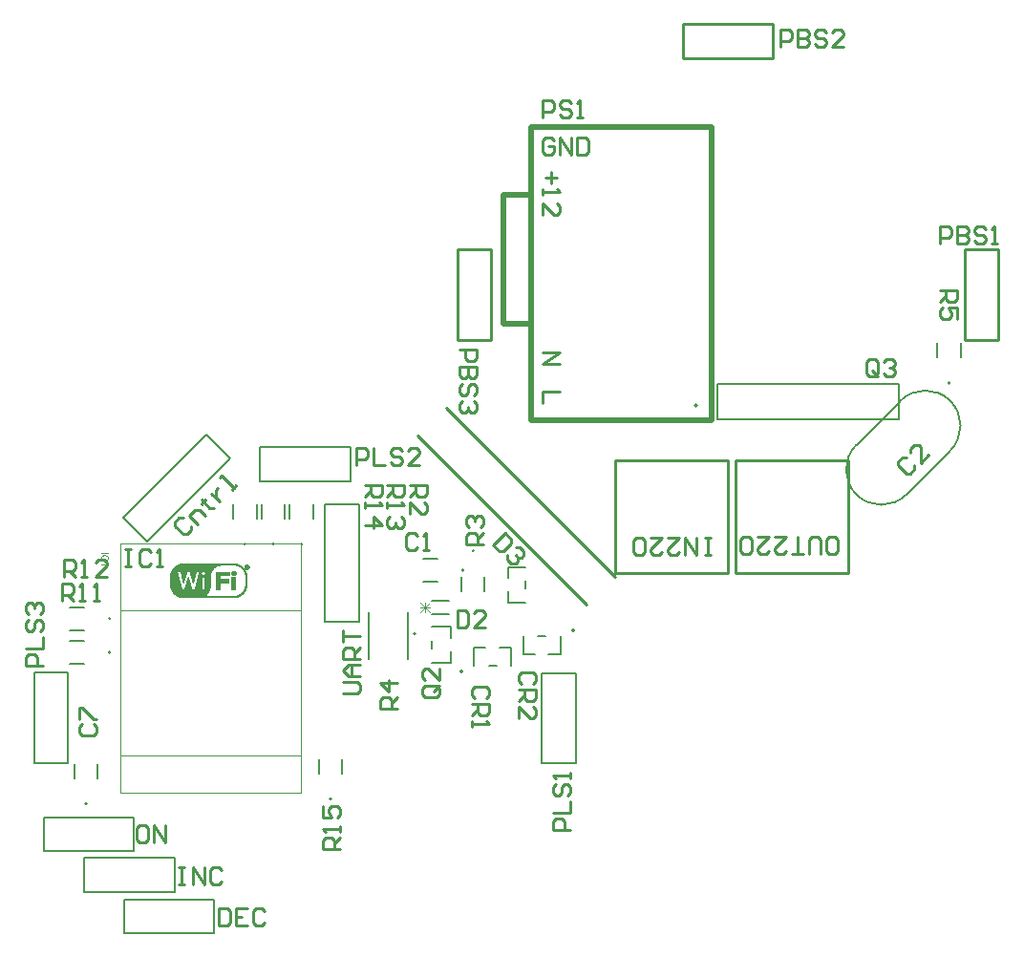
<source format=gto>
G04 Layer_Color=65535*
%FSLAX44Y44*%
%MOMM*%
G71*
G01*
G75*
%ADD21C,0.5000*%
%ADD43C,0.1524*%
%ADD44C,0.1500*%
%ADD45C,0.2540*%
%ADD46C,0.1000*%
%ADD47C,0.0127*%
%ADD48C,0.0762*%
G36*
X74577Y387246D02*
X74595Y387227D01*
X74605Y387190D01*
X74632Y387144D01*
X74660Y387088D01*
X74697Y387024D01*
X74790Y386866D01*
X74891Y386682D01*
X75021Y386497D01*
X75169Y386302D01*
X75326Y386108D01*
X75335Y386099D01*
X75344Y386090D01*
X75372Y386062D01*
X75400Y386025D01*
X75492Y385942D01*
X75603Y385831D01*
X75733Y385720D01*
X75881Y385600D01*
X76028Y385498D01*
X76186Y385406D01*
Y384897D01*
X69760D01*
Y385683D01*
X74762D01*
X74753Y385692D01*
X74716Y385738D01*
X74660Y385794D01*
X74595Y385886D01*
X74512Y385988D01*
X74420Y386118D01*
X74318Y386265D01*
X74216Y386432D01*
Y386441D01*
X74207Y386450D01*
X74170Y386506D01*
X74124Y386598D01*
X74068Y386709D01*
X74004Y386839D01*
X73939Y386977D01*
X73874Y387116D01*
X73819Y387255D01*
X74577D01*
Y387246D01*
D02*
G37*
G36*
X73172Y394226D02*
X73264D01*
X73356Y394217D01*
X73477Y394207D01*
X73597Y394189D01*
X73865Y394143D01*
X74161Y394078D01*
X74457Y393986D01*
X74743Y393856D01*
X74753Y393847D01*
X74780Y393838D01*
X74817Y393819D01*
X74864Y393782D01*
X74928Y393745D01*
X75002Y393699D01*
X75169Y393579D01*
X75354Y393422D01*
X75539Y393237D01*
X75723Y393024D01*
X75881Y392774D01*
X75890Y392765D01*
X75899Y392737D01*
X75918Y392701D01*
X75945Y392654D01*
X75973Y392580D01*
X76001Y392506D01*
X76038Y392414D01*
X76075Y392312D01*
X76112Y392201D01*
X76149Y392081D01*
X76204Y391822D01*
X76250Y391526D01*
X76269Y391221D01*
Y391212D01*
Y391175D01*
Y391129D01*
X76260Y391064D01*
X76250Y390981D01*
X76241Y390879D01*
X76232Y390777D01*
X76204Y390657D01*
X76149Y390408D01*
X76066Y390130D01*
X76010Y389991D01*
X75945Y389862D01*
X75862Y389733D01*
X75779Y389603D01*
X75770Y389594D01*
X75760Y389575D01*
X75733Y389538D01*
X75686Y389492D01*
X75640Y389446D01*
X75575Y389381D01*
X75501Y389317D01*
X75427Y389243D01*
X75335Y389169D01*
X75224Y389095D01*
X75113Y389011D01*
X74993Y388937D01*
X74854Y388873D01*
X74716Y388799D01*
X74568Y388743D01*
X74401Y388688D01*
X74207Y389520D01*
X74216D01*
X74235Y389529D01*
X74272Y389548D01*
X74318Y389566D01*
X74373Y389585D01*
X74447Y389612D01*
X74595Y389686D01*
X74762Y389779D01*
X74928Y389890D01*
X75085Y390028D01*
X75224Y390176D01*
X75243Y390195D01*
X75280Y390250D01*
X75326Y390343D01*
X75391Y390463D01*
X75446Y390620D01*
X75501Y390796D01*
X75539Y391008D01*
X75548Y391240D01*
Y391249D01*
Y391277D01*
Y391314D01*
X75539Y391360D01*
Y391425D01*
X75529Y391498D01*
X75501Y391674D01*
X75465Y391868D01*
X75400Y392072D01*
X75307Y392284D01*
X75187Y392479D01*
Y392488D01*
X75169Y392497D01*
X75122Y392562D01*
X75048Y392645D01*
X74938Y392747D01*
X74799Y392867D01*
X74642Y392978D01*
X74447Y393079D01*
X74235Y393172D01*
X74226D01*
X74207Y393181D01*
X74179Y393190D01*
X74133Y393200D01*
X74078Y393218D01*
X74013Y393237D01*
X73856Y393264D01*
X73671Y393301D01*
X73467Y393338D01*
X73246Y393357D01*
X73005Y393366D01*
X72867D01*
X72802Y393357D01*
X72719D01*
X72626Y393348D01*
X72524Y393338D01*
X72302Y393311D01*
X72062Y393264D01*
X71822Y393209D01*
X71581Y393135D01*
X71572D01*
X71554Y393126D01*
X71526Y393107D01*
X71480Y393089D01*
X71369Y393033D01*
X71239Y392950D01*
X71091Y392848D01*
X70934Y392719D01*
X70795Y392571D01*
X70666Y392395D01*
Y392386D01*
X70657Y392368D01*
X70638Y392340D01*
X70620Y392303D01*
X70601Y392257D01*
X70574Y392201D01*
X70518Y392072D01*
X70463Y391905D01*
X70416Y391720D01*
X70379Y391517D01*
X70370Y391304D01*
Y391295D01*
Y391277D01*
Y391240D01*
X70379Y391184D01*
Y391119D01*
X70389Y391055D01*
X70426Y390888D01*
X70472Y390694D01*
X70546Y390500D01*
X70648Y390297D01*
X70703Y390195D01*
X70777Y390102D01*
X70786Y390093D01*
X70795Y390084D01*
X70823Y390056D01*
X70851Y390019D01*
X70897Y389982D01*
X70953Y389936D01*
X71008Y389881D01*
X71082Y389834D01*
X71165Y389779D01*
X71258Y389714D01*
X71350Y389659D01*
X71461Y389603D01*
X71581Y389557D01*
X71711Y389511D01*
X71849Y389464D01*
X71997Y389427D01*
X71785Y388577D01*
X71775D01*
X71739Y388586D01*
X71683Y388605D01*
X71609Y388632D01*
X71526Y388660D01*
X71424Y388697D01*
X71313Y388743D01*
X71193Y388799D01*
X70934Y388928D01*
X70675Y389095D01*
X70546Y389196D01*
X70416Y389298D01*
X70306Y389409D01*
X70195Y389538D01*
X70185Y389548D01*
X70167Y389566D01*
X70148Y389612D01*
X70111Y389659D01*
X70065Y389733D01*
X70019Y389807D01*
X69973Y389908D01*
X69926Y390010D01*
X69871Y390130D01*
X69825Y390260D01*
X69778Y390398D01*
X69732Y390546D01*
X69695Y390703D01*
X69677Y390870D01*
X69658Y391045D01*
X69649Y391230D01*
Y391240D01*
Y391277D01*
Y391332D01*
X69658Y391406D01*
Y391489D01*
X69668Y391591D01*
X69686Y391702D01*
X69704Y391831D01*
X69751Y392099D01*
X69825Y392377D01*
X69926Y392654D01*
X69991Y392784D01*
X70065Y392913D01*
X70074Y392922D01*
X70084Y392941D01*
X70111Y392978D01*
X70148Y393015D01*
X70185Y393070D01*
X70241Y393135D01*
X70306Y393209D01*
X70379Y393283D01*
X70463Y393357D01*
X70546Y393440D01*
X70759Y393606D01*
X71008Y393764D01*
X71286Y393902D01*
X71295D01*
X71322Y393921D01*
X71369Y393930D01*
X71424Y393958D01*
X71498Y393976D01*
X71591Y394004D01*
X71692Y394041D01*
X71803Y394069D01*
X71923Y394096D01*
X72062Y394133D01*
X72349Y394180D01*
X72672Y394217D01*
X73005Y394235D01*
X73107D01*
X73172Y394226D01*
D02*
G37*
G36*
X76158Y395483D02*
X69760D01*
Y396334D01*
X76158D01*
Y395483D01*
D02*
G37*
D21*
X451000Y774000D02*
X611000D01*
X611000Y514000D01*
X451000Y514000D02*
Y774000D01*
Y514000D02*
X611000Y514000D01*
X426000Y714000D02*
X451000D01*
X426000Y599000D02*
Y714000D01*
Y599000D02*
X451000D01*
D43*
X348036Y324525D02*
G03*
X348036Y324525I-762J0D01*
G01*
X390662Y381000D02*
G03*
X390662Y381000I-762J0D01*
G01*
X247762Y404100D02*
G03*
X247762Y404100I-762J0D01*
G01*
X399762Y397900D02*
G03*
X399762Y397900I-762J0D01*
G01*
X821762Y547100D02*
G03*
X821762Y547100I-762J0D01*
G01*
X822095Y486912D02*
G03*
X822095Y531095I-22091J22091D01*
G01*
D02*
G03*
X777912Y531095I-22091J-22091D01*
G01*
X738938Y492121D02*
G03*
X783121Y447938I22091J-22091D01*
G01*
X598245Y527000D02*
G03*
X598245Y527000I-1270J0D01*
G01*
X197762Y404100D02*
G03*
X197762Y404100I-762J0D01*
G01*
X222762D02*
G03*
X222762Y404100I-762J0D01*
G01*
X489210Y327622D02*
G03*
X489210Y327622I-1270J0D01*
G01*
X389830Y291206D02*
G03*
X389830Y291206I-1270J0D01*
G01*
X77662Y338000D02*
G03*
X77662Y338000I-762J0D01*
G01*
Y308000D02*
G03*
X77662Y308000I-762J0D01*
G01*
X56762Y174100D02*
G03*
X56762Y174100I-762J0D01*
G01*
X273762Y178100D02*
G03*
X273762Y178100I-762J0D01*
G01*
X379095Y321040D02*
Y331256D01*
X362585Y318485D02*
X362585Y311515D01*
Y298744D02*
X379095Y298744D01*
Y308960D01*
X362585Y331256D02*
X379095Y331256D01*
X354678Y370713D02*
X367323D01*
X354678Y391287D02*
X367323D01*
X306728Y343801D02*
X306728Y302199D01*
X341272D02*
X341272Y343801D01*
X362253Y342285D02*
X377747D01*
X362253Y353715D02*
X377747D01*
X236713Y426678D02*
Y439323D01*
X257287Y426678D02*
Y439323D01*
X409287Y362677D02*
Y375322D01*
X388713Y362677D02*
Y375322D01*
X430253Y352252D02*
X445747D01*
X430253Y374121D02*
X430253Y383748D01*
X445747D01*
Y364621D02*
Y371379D01*
X430253Y361879D02*
X430253Y352252D01*
X831287Y582323D02*
X831287Y569677D01*
X810713Y569678D02*
Y582323D01*
X783121Y447938D02*
X822095Y486912D01*
X738938Y492121D02*
X777912Y531095D01*
X615400Y514300D02*
X776690D01*
Y546050D01*
X615400D02*
X776690D01*
X615400Y514300D02*
Y546050D01*
X186713Y426678D02*
Y439323D01*
X207287Y426678D02*
Y439323D01*
X211713Y426678D02*
Y439323D01*
X232287Y426678D02*
Y439323D01*
X476510Y306159D02*
X476510Y322669D01*
X443490Y306159D02*
X453833D01*
X443490Y322669D02*
X443490Y306159D01*
X456667Y322669D02*
X463333D01*
X466167Y306159D02*
X476510D01*
X399990Y296159D02*
X399990Y312669D01*
X422667D02*
X433010D01*
X433010Y296159D01*
X413167D02*
X419833D01*
X399990Y312669D02*
X410333D01*
X41677Y327713D02*
X54323D01*
X41677Y348287D02*
X54323D01*
X41677Y297713D02*
X54323D01*
X41677Y318287D02*
X54323D01*
X45713Y196677D02*
Y209322D01*
X66287Y196677D02*
Y209322D01*
X262713Y200678D02*
Y213323D01*
X283287Y200678D02*
Y213323D01*
D44*
X290250Y460050D02*
Y490050D01*
X210250D02*
X290250D01*
X210250Y460050D02*
X290250D01*
X210250D02*
Y490050D01*
X89392Y427605D02*
X163072Y501286D01*
X110605Y406392D02*
X184286Y480073D01*
X89392Y427605D02*
X110605Y406392D01*
X163108Y501321D02*
X184321Y480108D01*
X298000Y334800D02*
Y439000D01*
X268000Y334800D02*
Y439000D01*
X298000D01*
X268000Y334750D02*
X298000D01*
X460050Y209750D02*
X490050D01*
Y289750D01*
X460050Y209750D02*
Y289750D01*
X490050D01*
X9950Y290250D02*
X39950D01*
X9950Y210250D02*
Y290250D01*
X39950Y210250D02*
Y290250D01*
X9950Y210250D02*
X39950D01*
X18750Y161950D02*
X18750Y131950D01*
X98750D01*
X18750Y161950D02*
X98750D01*
Y131950D02*
Y161950D01*
X54580Y95720D02*
Y125720D01*
Y95720D02*
X134580D01*
X54580Y125720D02*
X134580D01*
Y95720D02*
Y125720D01*
X89750Y58950D02*
Y88950D01*
Y58950D02*
X169750Y58950D01*
X89750Y88950D02*
X169750Y88950D01*
Y58950D02*
Y88950D01*
D45*
X375000Y525000D02*
X525000Y375000D01*
X350000Y500000D02*
X500000Y350000D01*
X632000Y378000D02*
Y478000D01*
X732000D01*
X632000Y378000D02*
X732000D01*
Y478000D01*
X525000Y378000D02*
Y478000D01*
X625000D01*
X525000Y378000D02*
X625000D01*
Y478000D01*
X585000Y865000D02*
X665000D01*
X585000Y835000D02*
Y865000D01*
Y835000D02*
X665000D01*
Y865000D01*
X385000Y585000D02*
Y665000D01*
Y585000D02*
X415000Y585000D01*
X415000Y665000D01*
X385000D02*
X415000D01*
X865000Y585000D02*
Y665000D01*
X835000D02*
X865000D01*
X835000Y585000D02*
Y665000D01*
Y585000D02*
X865000D01*
X350157Y411696D02*
X347617Y414235D01*
X342539D01*
X340000Y411696D01*
Y401539D01*
X342539Y399000D01*
X347617D01*
X350157Y401539D01*
X355235Y399000D02*
X360313D01*
X357774D01*
Y414235D01*
X355235Y411696D01*
X332000Y258000D02*
X316765D01*
Y265618D01*
X319304Y268157D01*
X324383D01*
X326922Y265618D01*
Y258000D01*
Y263078D02*
X332000Y268157D01*
Y280853D02*
X316765D01*
X324383Y273235D01*
Y283392D01*
X714483Y395590D02*
X719561D01*
X722101Y398129D01*
Y408286D01*
X719561Y410825D01*
X714483D01*
X711944Y408286D01*
Y398129D01*
X714483Y395590D01*
X706865D02*
Y408286D01*
X704326Y410825D01*
X699248D01*
X696709Y408286D01*
Y395590D01*
X691630D02*
X681474D01*
X686552D01*
Y410825D01*
X666239D02*
X676395D01*
X666239Y400668D01*
Y398129D01*
X668778Y395590D01*
X673856D01*
X676395Y398129D01*
X651003Y410825D02*
X661160D01*
X651003Y400668D01*
Y398129D01*
X653543Y395590D01*
X658621D01*
X661160Y398129D01*
X645925D02*
X643386Y395590D01*
X638308D01*
X635768Y398129D01*
Y408286D01*
X638308Y410825D01*
X643386D01*
X645925Y408286D01*
Y398129D01*
X610000Y394765D02*
X604922D01*
X607461D01*
Y410000D01*
X610000D01*
X604922D01*
X597304D02*
Y394765D01*
X587147Y410000D01*
Y394765D01*
X571912Y410000D02*
X582069D01*
X571912Y399843D01*
Y397304D01*
X574451Y394765D01*
X579530D01*
X582069Y397304D01*
X556677Y410000D02*
X566834D01*
X556677Y399843D01*
Y397304D01*
X559216Y394765D01*
X564295D01*
X566834Y397304D01*
X551599D02*
X549060Y394765D01*
X543981D01*
X541442Y397304D01*
Y407461D01*
X543981Y410000D01*
X549060D01*
X551599Y407461D01*
Y397304D01*
X283765Y272000D02*
X296461D01*
X299000Y274539D01*
Y279618D01*
X296461Y282157D01*
X283765D01*
X299000Y287235D02*
X288843D01*
X283765Y292313D01*
X288843Y297392D01*
X299000D01*
X291383D01*
Y287235D01*
X299000Y302470D02*
X283765D01*
Y310088D01*
X286304Y312627D01*
X291383D01*
X293922Y310088D01*
Y302470D01*
Y307549D02*
X299000Y312627D01*
X283765Y317705D02*
Y327862D01*
Y322784D01*
X299000D01*
X281000Y134000D02*
X265765D01*
Y141617D01*
X268304Y144157D01*
X273382D01*
X275922Y141617D01*
Y134000D01*
Y139078D02*
X281000Y144157D01*
Y149235D02*
Y154313D01*
Y151774D01*
X265765D01*
X268304Y149235D01*
X265765Y172088D02*
Y161931D01*
X273382D01*
X270843Y167009D01*
Y169548D01*
X273382Y172088D01*
X278461D01*
X281000Y169548D01*
Y164470D01*
X278461Y161931D01*
X303000Y456000D02*
X318235D01*
Y448382D01*
X315696Y445843D01*
X310618D01*
X308078Y448382D01*
Y456000D01*
Y450922D02*
X303000Y445843D01*
Y440765D02*
Y435687D01*
Y438226D01*
X318235D01*
X315696Y440765D01*
X303000Y420452D02*
X318235D01*
X310618Y428069D01*
Y417912D01*
X323000Y456000D02*
X338235D01*
Y448382D01*
X335696Y445843D01*
X330617D01*
X328078Y448382D01*
Y456000D01*
Y450922D02*
X323000Y445843D01*
Y440765D02*
Y435687D01*
Y438226D01*
X338235D01*
X335696Y440765D01*
Y428069D02*
X338235Y425530D01*
Y420452D01*
X335696Y417912D01*
X333157D01*
X330617Y420452D01*
Y422991D01*
Y420452D01*
X328078Y417912D01*
X325539D01*
X323000Y420452D01*
Y425530D01*
X325539Y428069D01*
X37000Y375000D02*
Y390235D01*
X44618D01*
X47157Y387696D01*
Y382617D01*
X44618Y380078D01*
X37000D01*
X42078D02*
X47157Y375000D01*
X52235D02*
X57313D01*
X54774D01*
Y390235D01*
X52235Y387696D01*
X75088Y375000D02*
X64931D01*
X75088Y385157D01*
Y387696D01*
X72548Y390235D01*
X67470D01*
X64931Y387696D01*
X35000Y354000D02*
Y369235D01*
X42618D01*
X45157Y366696D01*
Y361618D01*
X42618Y359078D01*
X35000D01*
X40078D02*
X45157Y354000D01*
X50235D02*
X55313D01*
X52774D01*
Y369235D01*
X50235Y366696D01*
X62931Y354000D02*
X68009D01*
X65470D01*
Y369235D01*
X62931Y366696D01*
X813000Y629000D02*
X828235D01*
Y621382D01*
X825696Y618843D01*
X820618D01*
X818078Y621382D01*
Y629000D01*
Y623922D02*
X813000Y618843D01*
X828235Y603608D02*
Y613765D01*
X820618D01*
X823157Y608687D01*
Y606147D01*
X820618Y603608D01*
X815539D01*
X813000Y606147D01*
Y611226D01*
X815539Y613765D01*
X408000Y404000D02*
X392765D01*
Y411618D01*
X395304Y414157D01*
X400382D01*
X402922Y411618D01*
Y404000D01*
Y409078D02*
X408000Y414157D01*
X395304Y419235D02*
X392765Y421774D01*
Y426853D01*
X395304Y429392D01*
X397843D01*
X400382Y426853D01*
Y424313D01*
Y426853D01*
X402922Y429392D01*
X405461D01*
X408000Y426853D01*
Y421774D01*
X405461Y419235D01*
X343000Y456000D02*
X358235D01*
Y448382D01*
X355696Y445843D01*
X350617D01*
X348078Y448382D01*
Y456000D01*
Y450922D02*
X343000Y445843D01*
Y430608D02*
Y440765D01*
X353157Y430608D01*
X355696D01*
X358235Y433147D01*
Y438226D01*
X355696Y440765D01*
X758157Y555539D02*
Y565696D01*
X755618Y568235D01*
X750539D01*
X748000Y565696D01*
Y555539D01*
X750539Y553000D01*
X755618D01*
X753078Y558078D02*
X758157Y553000D01*
X755618D02*
X758157Y555539D01*
X763235Y565696D02*
X765774Y568235D01*
X770853D01*
X773392Y565696D01*
Y563157D01*
X770853Y560617D01*
X768313D01*
X770853D01*
X773392Y558078D01*
Y555539D01*
X770853Y553000D01*
X765774D01*
X763235Y555539D01*
X366461Y278157D02*
X356304D01*
X353765Y275618D01*
Y270539D01*
X356304Y268000D01*
X366461D01*
X369000Y270539D01*
Y275618D01*
X363922Y273078D02*
X369000Y278157D01*
Y275618D02*
X366461Y278157D01*
X369000Y293392D02*
Y283235D01*
X358843Y293392D01*
X356304D01*
X353765Y290853D01*
Y285774D01*
X356304Y283235D01*
X461000Y782000D02*
Y797235D01*
X468618D01*
X471157Y794696D01*
Y789617D01*
X468618Y787078D01*
X461000D01*
X486392Y794696D02*
X483853Y797235D01*
X478774D01*
X476235Y794696D01*
Y792157D01*
X478774Y789617D01*
X483853D01*
X486392Y787078D01*
Y784539D01*
X483853Y782000D01*
X478774D01*
X476235Y784539D01*
X491470Y782000D02*
X496549D01*
X494009D01*
Y797235D01*
X491470Y794696D01*
X18000Y296000D02*
X2765D01*
Y303617D01*
X5304Y306157D01*
X10382D01*
X12922Y303617D01*
Y296000D01*
X2765Y311235D02*
X18000D01*
Y321392D01*
X5304Y336627D02*
X2765Y334088D01*
Y329009D01*
X5304Y326470D01*
X7843D01*
X10382Y329009D01*
Y334088D01*
X12922Y336627D01*
X15461D01*
X18000Y334088D01*
Y329009D01*
X15461Y326470D01*
X5304Y341705D02*
X2765Y344244D01*
Y349323D01*
X5304Y351862D01*
X7843D01*
X10382Y349323D01*
Y346784D01*
Y349323D01*
X12922Y351862D01*
X15461D01*
X18000Y349323D01*
Y344244D01*
X15461Y341705D01*
X296000Y474000D02*
Y489235D01*
X303617D01*
X306157Y486696D01*
Y481618D01*
X303617Y479078D01*
X296000D01*
X311235Y489235D02*
Y474000D01*
X321392D01*
X336627Y486696D02*
X334088Y489235D01*
X329009D01*
X326470Y486696D01*
Y484157D01*
X329009Y481618D01*
X334088D01*
X336627Y479078D01*
Y476539D01*
X334088Y474000D01*
X329009D01*
X326470Y476539D01*
X351862Y474000D02*
X341705D01*
X351862Y484157D01*
Y486696D01*
X349323Y489235D01*
X344244D01*
X341705Y486696D01*
X485000Y151000D02*
X469765D01*
Y158617D01*
X472304Y161157D01*
X477383D01*
X479922Y158617D01*
Y151000D01*
X469765Y166235D02*
X485000D01*
Y176392D01*
X472304Y191627D02*
X469765Y189088D01*
Y184009D01*
X472304Y181470D01*
X474843D01*
X477383Y184009D01*
Y189088D01*
X479922Y191627D01*
X482461D01*
X485000Y189088D01*
Y184009D01*
X482461Y181470D01*
X485000Y196705D02*
Y201784D01*
Y199244D01*
X469765D01*
X472304Y196705D01*
X387000Y576600D02*
X402235D01*
Y568983D01*
X399696Y566443D01*
X394618D01*
X392078Y568983D01*
Y576600D01*
X402235Y561365D02*
X387000D01*
Y553747D01*
X389539Y551208D01*
X392078D01*
X394618Y553747D01*
Y561365D01*
Y553747D01*
X397157Y551208D01*
X399696D01*
X402235Y553747D01*
Y561365D01*
X399696Y535973D02*
X402235Y538512D01*
Y543591D01*
X399696Y546130D01*
X397157D01*
X394618Y543591D01*
Y538512D01*
X392078Y535973D01*
X389539D01*
X387000Y538512D01*
Y543591D01*
X389539Y546130D01*
X399696Y530895D02*
X402235Y528356D01*
Y523277D01*
X399696Y520738D01*
X397157D01*
X394618Y523277D01*
Y525816D01*
Y523277D01*
X392078Y520738D01*
X389539D01*
X387000Y523277D01*
Y528356D01*
X389539Y530895D01*
X671200Y845000D02*
Y860235D01*
X678818D01*
X681357Y857696D01*
Y852617D01*
X678818Y850078D01*
X671200D01*
X686435Y860235D02*
Y845000D01*
X694053D01*
X696592Y847539D01*
Y850078D01*
X694053Y852617D01*
X686435D01*
X694053D01*
X696592Y855157D01*
Y857696D01*
X694053Y860235D01*
X686435D01*
X711827Y857696D02*
X709288Y860235D01*
X704209D01*
X701670Y857696D01*
Y855157D01*
X704209Y852617D01*
X709288D01*
X711827Y850078D01*
Y847539D01*
X709288Y845000D01*
X704209D01*
X701670Y847539D01*
X727062Y845000D02*
X716905D01*
X727062Y855157D01*
Y857696D01*
X724523Y860235D01*
X719444D01*
X716905Y857696D01*
X813000Y670400D02*
Y685635D01*
X820618D01*
X823157Y683096D01*
Y678018D01*
X820618Y675478D01*
X813000D01*
X828235Y685635D02*
Y670400D01*
X835853D01*
X838392Y672939D01*
Y675478D01*
X835853Y678018D01*
X828235D01*
X835853D01*
X838392Y680557D01*
Y683096D01*
X835853Y685635D01*
X828235D01*
X853627Y683096D02*
X851088Y685635D01*
X846009D01*
X843470Y683096D01*
Y680557D01*
X846009Y678018D01*
X851088D01*
X853627Y675478D01*
Y672939D01*
X851088Y670400D01*
X846009D01*
X843470Y672939D01*
X858705Y670400D02*
X863783D01*
X861244D01*
Y685635D01*
X858705Y683096D01*
X108968Y155185D02*
X103889D01*
X101350Y152646D01*
Y142489D01*
X103889Y139950D01*
X108968D01*
X111507Y142489D01*
Y152646D01*
X108968Y155185D01*
X116585Y139950D02*
Y155185D01*
X126742Y139950D01*
Y155185D01*
X138180Y117955D02*
X143259D01*
X140720D01*
Y102720D01*
X138180D01*
X143259D01*
X150876D02*
Y117955D01*
X161033Y102720D01*
Y117955D01*
X176268Y115415D02*
X173729Y117955D01*
X168651D01*
X166111Y115415D01*
Y105259D01*
X168651Y102720D01*
X173729D01*
X176268Y105259D01*
X91000Y399235D02*
X96078D01*
X93539D01*
Y384000D01*
X91000D01*
X96078D01*
X113853Y396696D02*
X111313Y399235D01*
X106235D01*
X103696Y396696D01*
Y386539D01*
X106235Y384000D01*
X111313D01*
X113853Y386539D01*
X118931Y384000D02*
X124009D01*
X121470D01*
Y399235D01*
X118931Y396696D01*
X174000Y81235D02*
Y66000D01*
X181618D01*
X184157Y68539D01*
Y78696D01*
X181618Y81235D01*
X174000D01*
X199392D02*
X189235D01*
Y66000D01*
X199392D01*
X189235Y73618D02*
X194313D01*
X214627Y78696D02*
X212088Y81235D01*
X207009D01*
X204470Y78696D01*
Y68539D01*
X207009Y66000D01*
X212088D01*
X214627Y68539D01*
X427773Y413773D02*
X417000Y403000D01*
X422386Y397614D01*
X425977D01*
X433159Y404795D01*
Y408386D01*
X427773Y413773D01*
X436750Y401204D02*
X440341D01*
X443932Y397614D01*
Y394023D01*
X442137Y392227D01*
X438546D01*
X436750Y394023D01*
X438546Y392227D01*
Y388636D01*
X436750Y386841D01*
X433159D01*
X429568Y390432D01*
Y394023D01*
X385000Y345235D02*
Y330000D01*
X392617D01*
X395157Y332539D01*
Y342696D01*
X392617Y345235D01*
X385000D01*
X410392Y330000D02*
X400235D01*
X410392Y340157D01*
Y342696D01*
X407853Y345235D01*
X402774D01*
X400235Y342696D01*
X410696Y267843D02*
X413235Y270382D01*
Y275461D01*
X410696Y278000D01*
X400539D01*
X398000Y275461D01*
Y270382D01*
X400539Y267843D01*
X398000Y262765D02*
X413235D01*
Y255147D01*
X410696Y252608D01*
X405617D01*
X403078Y255147D01*
Y262765D01*
Y257687D02*
X398000Y252608D01*
Y247530D02*
Y242451D01*
Y244991D01*
X413235D01*
X410696Y247530D01*
X142205Y427159D02*
X138614D01*
X135023Y423568D01*
Y419977D01*
X142205Y412795D01*
X145795D01*
X149386Y416386D01*
Y419977D01*
X154773Y421773D02*
X147591Y428955D01*
X152977Y434341D01*
X156568D01*
X161955Y428955D01*
X158364Y443318D02*
X160159Y441523D01*
X158364Y439728D01*
X161955Y443318D01*
X160159Y441523D01*
X165546Y436137D01*
X169137Y436137D01*
X167341Y448705D02*
X174523Y441523D01*
X170932Y445114D01*
Y448705D01*
Y452296D01*
X172728Y454091D01*
X185296Y452296D02*
X188887Y455887D01*
X187091Y454091D01*
X176318Y464864D01*
X174523Y463069D01*
X52304Y244157D02*
X49765Y241618D01*
Y236539D01*
X52304Y234000D01*
X62461D01*
X65000Y236539D01*
Y241618D01*
X62461Y244157D01*
X49765Y249235D02*
Y259392D01*
X52304D01*
X62461Y249235D01*
X65000D01*
X783204Y481159D02*
X779614D01*
X776023Y477568D01*
Y473977D01*
X783204Y466796D01*
X786796D01*
X790386Y470386D01*
Y473977D01*
X802955Y482955D02*
X795773Y475773D01*
Y490137D01*
X793977Y491932D01*
X790386D01*
X786796Y488341D01*
Y484750D01*
X452696Y279843D02*
X455235Y282383D01*
Y287461D01*
X452696Y290000D01*
X442539D01*
X440000Y287461D01*
Y282383D01*
X442539Y279843D01*
X440000Y274765D02*
X455235D01*
Y267147D01*
X452696Y264608D01*
X447617D01*
X445078Y267147D01*
Y274765D01*
Y269687D02*
X440000Y264608D01*
Y249373D02*
Y259530D01*
X450157Y249373D01*
X452696D01*
X455235Y251912D01*
Y256991D01*
X452696Y259530D01*
X476235Y539000D02*
X461000D01*
Y528843D01*
Y574000D02*
X476235D01*
X461000Y563843D01*
X476235D01*
X468618Y734000D02*
Y723843D01*
X473696Y728922D02*
X463539D01*
X461000Y718765D02*
Y713687D01*
Y716226D01*
X476235D01*
X473696Y718765D01*
X461000Y695912D02*
Y706069D01*
X471157Y695912D01*
X473696D01*
X476235Y698452D01*
Y703530D01*
X473696Y706069D01*
X471157Y761696D02*
X468618Y764235D01*
X463539D01*
X461000Y761696D01*
Y751539D01*
X463539Y749000D01*
X468618D01*
X471157Y751539D01*
Y756618D01*
X466078D01*
X476235Y749000D02*
Y764235D01*
X486392Y749000D01*
Y764235D01*
X491470D02*
Y749000D01*
X499088D01*
X501627Y751539D01*
Y761696D01*
X499088Y764235D01*
X491470D01*
D46*
X246778Y183834D02*
Y404334D01*
X86778Y183834D02*
X246778D01*
X86778Y404334D02*
X86778Y183834D01*
X86270Y196436D02*
X86778Y196944D01*
Y404334D02*
X246778D01*
X87794Y216334D02*
X246778D01*
X86778Y345334D02*
X246778Y345334D01*
D47*
X141007Y357091D02*
X187997D01*
X140118Y357218D02*
X189013D01*
X139483Y357345D02*
X189521D01*
X138975Y357472D02*
X190029Y357472D01*
X138594Y357599D02*
X190410D01*
X138213Y357726D02*
X190791D01*
X137832Y357853D02*
X191172Y357853D01*
X137578Y357980D02*
X191426Y357980D01*
X137324Y358107D02*
X191680Y358107D01*
X188251Y358234D02*
X191934Y358234D01*
X137070D02*
X161200D01*
X189140Y358361D02*
X192188Y358361D01*
X136816Y358361D02*
X161327D01*
X189775Y358488D02*
X192442Y358488D01*
X136562D02*
X161581Y358488D01*
X190156Y358615D02*
X192696Y358615D01*
X136308D02*
X161708Y358615D01*
X190537Y358742D02*
X192950Y358742D01*
X136054D02*
X161835D01*
X190918Y358869D02*
X193077D01*
X135927D02*
X161962D01*
X191172Y358996D02*
X193331D01*
X135673D02*
X162089D01*
X191426Y359123D02*
X193458D01*
X135546D02*
X162216D01*
X191680Y359250D02*
X193585D01*
X135292D02*
X162343Y359250D01*
X191934Y359377D02*
X193839D01*
X135165Y359377D02*
X162470Y359377D01*
X192188Y359504D02*
X193966D01*
X135038Y359504D02*
X162597Y359504D01*
X192442Y359631D02*
X194093Y359631D01*
X134911Y359631D02*
X162724D01*
X192569Y359758D02*
X194220Y359758D01*
X134784Y359758D02*
X162851D01*
X192823Y359885D02*
X194474D01*
X134530D02*
X162978Y359885D01*
X192950Y360012D02*
X194601D01*
X134403D02*
X163105D01*
X193077Y360139D02*
X194728D01*
X134276D02*
X163105D01*
X193331Y360266D02*
X194855Y360266D01*
X134149Y360266D02*
X163232Y360266D01*
X193458Y360393D02*
X194982Y360393D01*
X134022Y360393D02*
X163359Y360393D01*
X193585Y360520D02*
X195109D01*
X133895D02*
X163486D01*
X193712Y360647D02*
X195236D01*
X133768D02*
X163613D01*
X193839Y360774D02*
X195363D01*
X133641D02*
X163613D01*
X194093Y360901D02*
X195490D01*
X133514D02*
X163740D01*
X194220Y361028D02*
X195490D01*
X133387D02*
X163867D01*
X194347Y361155D02*
X195617D01*
X133387Y361155D02*
X163867Y361155D01*
X194474Y361282D02*
X195744Y361282D01*
X133260D02*
X163994Y361282D01*
X194474Y361409D02*
X195871Y361409D01*
X133133Y361409D02*
X164121Y361409D01*
X194601Y361536D02*
X195998Y361536D01*
X133006Y361536D02*
X164121Y361536D01*
X194728Y361663D02*
X195998D01*
X133006Y361663D02*
X164248D01*
X194855Y361790D02*
X196125D01*
X132879Y361790D02*
X164375D01*
X194982Y361917D02*
X196252D01*
X132752D02*
X164375D01*
X195109Y362044D02*
X196379D01*
X132625D02*
X164502D01*
X195109Y362171D02*
X196379Y362171D01*
X132625D02*
X164502D01*
X195236Y362298D02*
X196506Y362298D01*
X132498Y362298D02*
X164629D01*
X195363Y362425D02*
X196633D01*
X132371Y362425D02*
X164629D01*
X195490Y362552D02*
X196633D01*
X132371D02*
X164756D01*
X195490Y362679D02*
X196760D01*
X132244D02*
X164756D01*
X195617Y362806D02*
X196760D01*
X132244D02*
X164883D01*
X195744Y362933D02*
X196887D01*
X132117D02*
X164883D01*
X195744Y363060D02*
X196887Y363060D01*
X131990Y363060D02*
X165010Y363060D01*
X195871Y363187D02*
X197014Y363187D01*
X131990D02*
X165010D01*
X195871Y363314D02*
X197014Y363314D01*
X131863D02*
X165010D01*
X195998Y363441D02*
X197141Y363441D01*
X131863Y363441D02*
X165137Y363441D01*
X195998Y363568D02*
X197141D01*
X131736D02*
X165137Y363568D01*
X196125Y363695D02*
X197268D01*
X131736D02*
X165264Y363695D01*
X196125Y363822D02*
X197268D01*
X131736Y363822D02*
X165264Y363822D01*
X196252Y363949D02*
X197395Y363949D01*
X131609D02*
X165264D01*
X196252Y364076D02*
X197395Y364076D01*
X131609Y364076D02*
X165391D01*
X196379Y364203D02*
X197522Y364203D01*
X188251D02*
X188378Y364203D01*
X185838Y364203D02*
X187870Y364203D01*
X185330Y364203D02*
X185584D01*
X171487Y364203D02*
X174662Y364203D01*
X161454Y364203D02*
X165391Y364203D01*
X152310D02*
X158279D01*
X150024Y364203D02*
X150278D01*
X149770Y364203D02*
X149897Y364203D01*
X143166Y364203D02*
X149516Y364203D01*
X141007Y364203D02*
X141134Y364203D01*
X131482Y364203D02*
X140753D01*
X196379Y364330D02*
X197522D01*
X185076D02*
X188378D01*
X171233D02*
X174662D01*
X161454D02*
X165391D01*
X152310D02*
X158152D01*
X143420D02*
X149516Y364330D01*
X131482Y364330D02*
X140626D01*
X196506Y364457D02*
X197522D01*
X185076D02*
X188378D01*
X171233D02*
X174662D01*
X161454D02*
X165518D01*
X152437D02*
X158152D01*
X143420D02*
X149516D01*
X131482D02*
X140626D01*
X196506Y364584D02*
X197649D01*
X185076D02*
X188378D01*
X171233D02*
X174662D01*
X161454D02*
X165518D01*
X152437D02*
X158152D01*
X143420D02*
X149389D01*
X131355D02*
X140626D01*
X196506Y364711D02*
X197649D01*
X185076D02*
X188378D01*
X171233D02*
X174662D01*
X161454D02*
X165518D01*
X152437D02*
X158279D01*
X143547D02*
X149389D01*
X131355D02*
X140499D01*
X196633Y364838D02*
X197649D01*
X185076D02*
X188378D01*
X171233D02*
X174662D01*
X161454D02*
X165518D01*
X152437D02*
X158279D01*
X143547D02*
X149389D01*
X131228D02*
X140499D01*
X196633Y364965D02*
X197776Y364965D01*
X185076D02*
X188378D01*
X171233D02*
X174662D01*
X161454Y364965D02*
X165645Y364965D01*
X152564D02*
X158152D01*
X143547D02*
X149262D01*
X131228Y364965D02*
X140499D01*
X196633Y365092D02*
X197776D01*
X185076D02*
X188378D01*
X171233Y365092D02*
X174662D01*
X161454D02*
X165645Y365092D01*
X152564D02*
X158152Y365092D01*
X143674Y365092D02*
X149262D01*
X131228Y365092D02*
X140499Y365092D01*
X196760Y365219D02*
X197776D01*
X185076Y365219D02*
X188378D01*
X171233D02*
X174662Y365219D01*
X161454D02*
X165645D01*
X152564D02*
X158152Y365219D01*
X143674D02*
X149262Y365219D01*
X131228Y365219D02*
X140372Y365219D01*
X196760Y365346D02*
X197903Y365346D01*
X185076Y365346D02*
X188378Y365346D01*
X171233Y365346D02*
X174662Y365346D01*
X161454Y365346D02*
X165645Y365346D01*
X152564D02*
X158152D01*
X143674Y365346D02*
X149262Y365346D01*
X131101D02*
X140372D01*
X196760Y365473D02*
X197903Y365473D01*
X185076Y365473D02*
X188378Y365473D01*
X171233D02*
X174662Y365473D01*
X161454Y365473D02*
X165772D01*
X152691D02*
X158152D01*
X143674D02*
X149135D01*
X131101Y365473D02*
X140372D01*
X196887Y365600D02*
X197903D01*
X185076D02*
X188378D01*
X171233D02*
X174662D01*
X161454D02*
X165772D01*
X152691D02*
X158152D01*
X143801D02*
X149135D01*
X131101Y365600D02*
X140245Y365600D01*
X196887Y365727D02*
X197903Y365727D01*
X185076Y365727D02*
X188378Y365727D01*
X171233D02*
X174662Y365727D01*
X161454D02*
X165772Y365727D01*
X152691D02*
X158152D01*
X143801Y365727D02*
X149135Y365727D01*
X130974Y365727D02*
X140245D01*
X196887Y365854D02*
X198030D01*
X185076D02*
X188378Y365854D01*
X171233Y365854D02*
X174662D01*
X161454D02*
X165772Y365854D01*
X152818Y365854D02*
X158152Y365854D01*
X143801Y365854D02*
X149008Y365854D01*
X130974Y365854D02*
X140245D01*
X196887Y365981D02*
X198030Y365981D01*
X185076D02*
X188378Y365981D01*
X171233D02*
X174662Y365981D01*
X161454Y365981D02*
X165772D01*
X152818Y365981D02*
X158152Y365981D01*
X143928Y365981D02*
X149008D01*
X130974D02*
X140245D01*
X197014Y366108D02*
X198030D01*
X185076Y366108D02*
X188378Y366108D01*
X171233D02*
X174662Y366108D01*
X161454Y366108D02*
X165899Y366108D01*
X152818D02*
X158152Y366108D01*
X143928Y366108D02*
X149008Y366108D01*
X130974Y366108D02*
X140118D01*
X197014Y366235D02*
X198030Y366235D01*
X185076Y366235D02*
X188378D01*
X171233D02*
X174662D01*
X161454D02*
X165899D01*
X152818D02*
X158152D01*
X143928Y366235D02*
X149008Y366235D01*
X130974D02*
X140118D01*
X197014Y366362D02*
X198030D01*
X185076D02*
X188378D01*
X171233D02*
X174662D01*
X161454D02*
X165899D01*
X152945D02*
X158152D01*
X143928D02*
X148881D01*
X130847D02*
X140118D01*
X197014Y366489D02*
X198157D01*
X185076D02*
X188378D01*
X171233D02*
X174662D01*
X161454D02*
X165899D01*
X152945D02*
X158152D01*
X144055D02*
X148881D01*
X130847D02*
X140118D01*
X197014Y366616D02*
X198157D01*
X185076D02*
X188378D01*
X171233D02*
X174662D01*
X161454D02*
X165899D01*
X152945D02*
X158152D01*
X144055D02*
X148881D01*
X130847D02*
X139991D01*
X197141Y366743D02*
X198157D01*
X185076D02*
X188378D01*
X171233D02*
X174662Y366743D01*
X161454Y366743D02*
X165899D01*
X152945D02*
X158152D01*
X144055D02*
X148754Y366743D01*
X130847Y366743D02*
X139991D01*
X197141Y366870D02*
X198157Y366870D01*
X185076D02*
X188378D01*
X171233D02*
X174662D01*
X161454Y366870D02*
X165899Y366870D01*
X153072D02*
X158152D01*
X144182D02*
X148754D01*
X130847D02*
X139991D01*
X197141Y366997D02*
X198157Y366997D01*
X185076D02*
X188378D01*
X171233Y366997D02*
X174662D01*
X161454D02*
X165899Y366997D01*
X153072D02*
X158152Y366997D01*
X144182Y366997D02*
X148754D01*
X130847D02*
X139991D01*
X197141Y367124D02*
X198157D01*
X185076D02*
X188378D01*
X171233D02*
X174662Y367124D01*
X161454D02*
X166026Y367124D01*
X153072Y367124D02*
X158152Y367124D01*
X144182Y367124D02*
X148627Y367124D01*
X130847D02*
X139864D01*
X197141Y367251D02*
X198284Y367251D01*
X185076Y367251D02*
X188378Y367251D01*
X171233Y367251D02*
X174662D01*
X161454Y367251D02*
X166026D01*
X153072Y367251D02*
X158152D01*
X144182D02*
X148627Y367251D01*
X130720Y367251D02*
X139864Y367251D01*
X197141Y367378D02*
X198284Y367378D01*
X185076D02*
X188378Y367378D01*
X171233D02*
X174662Y367378D01*
X161454D02*
X166026Y367378D01*
X153199Y367378D02*
X158152Y367378D01*
X144309D02*
X148627D01*
X130720Y367378D02*
X139864Y367378D01*
X197141Y367505D02*
X198284D01*
X185076D02*
X188378D01*
X171233D02*
X174662D01*
X161454D02*
X166026D01*
X153199D02*
X158152D01*
X144309D02*
X148627D01*
X130720D02*
X139737Y367505D01*
X197141Y367632D02*
X198284D01*
X185076D02*
X188378Y367632D01*
X171233D02*
X174662Y367632D01*
X161454D02*
X166026Y367632D01*
X153199Y367632D02*
X158152Y367632D01*
X144309Y367632D02*
X148500D01*
X130720D02*
X139737D01*
X197141Y367759D02*
X198284Y367759D01*
X185076D02*
X188378D01*
X171233Y367759D02*
X174662D01*
X161454D02*
X166026Y367759D01*
X153199D02*
X158152Y367759D01*
X144436D02*
X148500D01*
X130720Y367759D02*
X139737Y367759D01*
X197141Y367886D02*
X198284Y367886D01*
X185076D02*
X188378Y367886D01*
X171233D02*
X174662Y367886D01*
X161454Y367886D02*
X166026D01*
X153326Y367886D02*
X158152Y367886D01*
X144436Y367886D02*
X148500D01*
X130720Y367886D02*
X139737D01*
X197141Y368013D02*
X198284Y368013D01*
X185076D02*
X188378Y368013D01*
X171233D02*
X174662D01*
X161454D02*
X166026Y368013D01*
X153326D02*
X158152Y368013D01*
X144436D02*
X148373D01*
X130720D02*
X139610D01*
X197141Y368140D02*
X198284D01*
X185076D02*
X188378D01*
X171233D02*
X174662D01*
X161454D02*
X166026D01*
X153326D02*
X158152D01*
X144436D02*
X148373D01*
X130720Y368140D02*
X139610Y368140D01*
X197141Y368267D02*
X198284D01*
X185076D02*
X188378D01*
X171233D02*
X174662D01*
X161454D02*
X166026D01*
X153453D02*
X158152D01*
X144563D02*
X148373D01*
X130720D02*
X139610D01*
X197141Y368394D02*
X198284D01*
X185076D02*
X188378D01*
X171233D02*
X174662D01*
X161454D02*
X166026D01*
X153453D02*
X158152D01*
X144563D02*
X148373D01*
X130720D02*
X139610D01*
X197141Y368521D02*
X198284D01*
X185076D02*
X188378D01*
X171233D02*
X174662D01*
X161454D02*
X166026D01*
X153453D02*
X158152D01*
X144563D02*
X148246D01*
X130720D02*
X139483D01*
X197141Y368648D02*
X198284D01*
X185076D02*
X188378D01*
X171233D02*
X174662Y368648D01*
X161454Y368648D02*
X166026D01*
X153453Y368648D02*
X158152Y368648D01*
X144690Y368648D02*
X148246D01*
X130720Y368648D02*
X139483D01*
X197141Y368775D02*
X198284Y368775D01*
X185076D02*
X188378D01*
X171233D02*
X174662Y368775D01*
X161454D02*
X166026Y368775D01*
X153580Y368775D02*
X158152Y368775D01*
X144690Y368775D02*
X148246D01*
X130720Y368775D02*
X139483Y368775D01*
X197141Y368902D02*
X198284Y368902D01*
X185076D02*
X188378Y368902D01*
X171233Y368902D02*
X174662D01*
X161454D02*
X166026Y368902D01*
X153580Y368902D02*
X158152Y368902D01*
X144690D02*
X148246D01*
X130720Y368902D02*
X139483D01*
X197141Y369029D02*
X198284D01*
X185076D02*
X188378D01*
X171233D02*
X174662Y369029D01*
X161454D02*
X166026Y369029D01*
X153580D02*
X158152D01*
X144690Y369029D02*
X148119Y369029D01*
X130720D02*
X139356D01*
X197141Y369156D02*
X198284Y369156D01*
X185076D02*
X188378D01*
X171233Y369156D02*
X174662D01*
X161454Y369156D02*
X166026D01*
X153580D02*
X158152D01*
X144817Y369156D02*
X148119Y369156D01*
X130720Y369156D02*
X139356D01*
X197141Y369283D02*
X198284Y369283D01*
X185076D02*
X188378Y369283D01*
X171233D02*
X174662Y369283D01*
X161454D02*
X166026Y369283D01*
X153707Y369283D02*
X158152Y369283D01*
X144817D02*
X148119Y369283D01*
X130720D02*
X139356Y369283D01*
X197141Y369410D02*
X198284D01*
X185076D02*
X188378D01*
X171233D02*
X174662D01*
X161454D02*
X166026D01*
X153707D02*
X158152D01*
X144817D02*
X147992D01*
X130720D02*
X139229Y369410D01*
X197141Y369537D02*
X198284D01*
X185076D02*
X188378Y369537D01*
X171233D02*
X174662Y369537D01*
X161454D02*
X166026D01*
X153707D02*
X158152Y369537D01*
X144944Y369537D02*
X147992D01*
X130720D02*
X139229D01*
X197141Y369664D02*
X198284Y369664D01*
X185076D02*
X188378D01*
X171233Y369664D02*
X174662D01*
X161454D02*
X166026Y369664D01*
X153707Y369664D02*
X158152D01*
X150786Y369664D02*
X150913Y369664D01*
X144944Y369664D02*
X147992D01*
X130720Y369664D02*
X139229Y369664D01*
X197141Y369791D02*
X198284Y369791D01*
X185076D02*
X188378Y369791D01*
X171233D02*
X174662Y369791D01*
X161454Y369791D02*
X166026D01*
X153834D02*
X158152D01*
X150786D02*
X150913Y369791D01*
X144944Y369791D02*
X147865Y369791D01*
X130720Y369791D02*
X139229Y369791D01*
X197141Y369918D02*
X198284Y369918D01*
X185076D02*
X188378Y369918D01*
X171233D02*
X174662D01*
X161454D02*
X166026Y369918D01*
X153834Y369918D02*
X158152D01*
X150786D02*
X151040Y369918D01*
X145071Y369918D02*
X147865Y369918D01*
X130720Y369918D02*
X139102D01*
X197141Y370045D02*
X198284D01*
X185076D02*
X188378D01*
X171233D02*
X174662D01*
X161454D02*
X166026D01*
X153834D02*
X158152D01*
X150786D02*
X151040D01*
X145071D02*
X147865D01*
X142150D02*
X142277D01*
X130720D02*
X139102D01*
X197141Y370172D02*
X198284D01*
X185076D02*
X188378D01*
X171233D02*
X174662D01*
X161454D02*
X166026D01*
X153834D02*
X158152D01*
X150659D02*
X151040D01*
X145071D02*
X147865D01*
X142023D02*
X142277D01*
X130720D02*
X139102D01*
X197141Y370299D02*
X198284D01*
X185076D02*
X188378D01*
X171233D02*
X182282D01*
X161454D02*
X166026D01*
X153961D02*
X158152D01*
X150659D02*
X151040D01*
X145071D02*
X147738D01*
X142023D02*
X142277D01*
X130720D02*
X139102D01*
X197141Y370426D02*
X198284D01*
X185076D02*
X188378D01*
X171233D02*
X182282D01*
X161454D02*
X166026D01*
X153961D02*
X158152D01*
X150659D02*
X151167D01*
X145198D02*
X147738D01*
X142023D02*
X142404D01*
X130720D02*
X138975D01*
X197141Y370553D02*
X198284D01*
X185076D02*
X188378D01*
X171233D02*
X182282Y370553D01*
X161454Y370553D02*
X166026D01*
X153961Y370553D02*
X158152Y370553D01*
X150532D02*
X151167D01*
X145198D02*
X147738D01*
X142023D02*
X142404D01*
X130720D02*
X138975Y370553D01*
X197141Y370680D02*
X198284Y370680D01*
X185076D02*
X188378D01*
X171233D02*
X182282Y370680D01*
X161454D02*
X166026Y370680D01*
X154088Y370680D02*
X158152Y370680D01*
X150532D02*
X151167D01*
X145198Y370680D02*
X147611Y370680D01*
X141896D02*
X142404Y370680D01*
X130720Y370680D02*
X138975Y370680D01*
X197141Y370807D02*
X198284Y370807D01*
X185076D02*
X188378Y370807D01*
X171233Y370807D02*
X182282Y370807D01*
X161454Y370807D02*
X166026Y370807D01*
X154088Y370807D02*
X158152D01*
X150532D02*
X151167Y370807D01*
X145325Y370807D02*
X147611Y370807D01*
X141896D02*
X142404Y370807D01*
X130720Y370807D02*
X138848Y370807D01*
X197141Y370934D02*
X198284D01*
X185076D02*
X188378D01*
X171233D02*
X182282Y370934D01*
X161454Y370934D02*
X166026D01*
X154088D02*
X158152D01*
X150532D02*
X151167Y370934D01*
X145325Y370934D02*
X147611D01*
X141896Y370934D02*
X142531D01*
X130720Y370934D02*
X138848Y370934D01*
X197141Y371061D02*
X198284Y371061D01*
X185076D02*
X188378D01*
X171233D02*
X182282Y371061D01*
X161454Y371061D02*
X166026D01*
X154088Y371061D02*
X158152Y371061D01*
X150405Y371061D02*
X151294Y371061D01*
X145325D02*
X147611Y371061D01*
X141896D02*
X142531D01*
X130720D02*
X138848Y371061D01*
X197141Y371188D02*
X198284Y371188D01*
X185076D02*
X188378Y371188D01*
X171233D02*
X182282D01*
X161454Y371188D02*
X166026Y371188D01*
X154215D02*
X158152D01*
X150405Y371188D02*
X151294D01*
X145325Y371188D02*
X147484D01*
X141896Y371188D02*
X142531D01*
X130720D02*
X138848D01*
X197141Y371315D02*
X198284D01*
X185076D02*
X188378D01*
X171233D02*
X182282Y371315D01*
X161454Y371315D02*
X166026D01*
X154215Y371315D02*
X158152Y371315D01*
X150405D02*
X151294D01*
X145452Y371315D02*
X147484Y371315D01*
X141769D02*
X142658D01*
X130720D02*
X138721D01*
X197141Y371442D02*
X198284Y371442D01*
X185076D02*
X188378Y371442D01*
X171233D02*
X182282Y371442D01*
X161454D02*
X166026Y371442D01*
X154215Y371442D02*
X158152Y371442D01*
X150405Y371442D02*
X151294Y371442D01*
X145452D02*
X147484D01*
X141769D02*
X142658Y371442D01*
X130720Y371442D02*
X138721D01*
X197141Y371569D02*
X198284Y371569D01*
X185076D02*
X188378D01*
X171233Y371569D02*
X182282Y371569D01*
X161454Y371569D02*
X166026Y371569D01*
X154215Y371569D02*
X158152Y371569D01*
X150278D02*
X151421Y371569D01*
X145452Y371569D02*
X147357D01*
X141769Y371569D02*
X142658Y371569D01*
X130720Y371569D02*
X138721Y371569D01*
X197141Y371696D02*
X198284Y371696D01*
X185076D02*
X188378Y371696D01*
X171233D02*
X182282Y371696D01*
X161454Y371696D02*
X166026D01*
X154342D02*
X158152D01*
X150278D02*
X151421Y371696D01*
X145579Y371696D02*
X147357Y371696D01*
X141769Y371696D02*
X142785Y371696D01*
X130720Y371696D02*
X138721Y371696D01*
X197141Y371823D02*
X198284Y371823D01*
X185076D02*
X188378Y371823D01*
X171233D02*
X182282D01*
X161454D02*
X166026D01*
X154342D02*
X158152D01*
X150278D02*
X151421Y371823D01*
X145579D02*
X147357Y371823D01*
X141642D02*
X142785D01*
X130720D02*
X138594D01*
X197141Y371950D02*
X198284D01*
X185076D02*
X188378D01*
X171233D02*
X182282D01*
X161454D02*
X166026D01*
X154342D02*
X158152D01*
X150151D02*
X151421D01*
X145579D02*
X147357D01*
X141642D02*
X142785D01*
X130720D02*
X138594D01*
X197141Y372077D02*
X198284D01*
X185076D02*
X188378D01*
X171233D02*
X182282D01*
X161454D02*
X166026D01*
X154342D02*
X158152D01*
X150151D02*
X151548D01*
X145579D02*
X147230D01*
X141642D02*
X142785D01*
X130720D02*
X138594D01*
X197141Y372204D02*
X198284D01*
X185076D02*
X188378D01*
X171233D02*
X182282D01*
X161454D02*
X166026D01*
X154469D02*
X158152D01*
X150151D02*
X151548D01*
X145706D02*
X147230D01*
X141642D02*
X142912D01*
X130720D02*
X138594D01*
X197141Y372331D02*
X198284D01*
X185076D02*
X188378D01*
X171233D02*
X182282D01*
X161454D02*
X166026D01*
X154469D02*
X158152D01*
X150024D02*
X151548D01*
X145706D02*
X147230D01*
X141642D02*
X142912D01*
X130720D02*
X138467D01*
X197141Y372458D02*
X198284D01*
X185076D02*
X188378D01*
X171233D02*
X182282Y372458D01*
X161454Y372458D02*
X166026D01*
X154469D02*
X158152D01*
X150024D02*
X151548D01*
X145706D02*
X147103D01*
X141515D02*
X142912D01*
X130720D02*
X138467D01*
X197141Y372585D02*
X198284Y372585D01*
X185076D02*
X188378D01*
X171233D02*
X182282Y372585D01*
X161454D02*
X166026Y372585D01*
X154469Y372585D02*
X158152Y372585D01*
X150024Y372585D02*
X151548Y372585D01*
X145833D02*
X147103Y372585D01*
X141515Y372585D02*
X143039Y372585D01*
X130720Y372585D02*
X138467D01*
X197141Y372712D02*
X198284Y372712D01*
X185076D02*
X188378Y372712D01*
X171233Y372712D02*
X182282Y372712D01*
X161454Y372712D02*
X166026Y372712D01*
X154596D02*
X158152Y372712D01*
X150024Y372712D02*
X151675D01*
X145833Y372712D02*
X147103D01*
X141515Y372712D02*
X143039Y372712D01*
X130720D02*
X138340D01*
X197141Y372839D02*
X198284D01*
X185076D02*
X188378D01*
X171233D02*
X182282Y372839D01*
X161454Y372839D02*
X166026D01*
X154596D02*
X158152D01*
X149897Y372839D02*
X151675Y372839D01*
X145833D02*
X147103Y372839D01*
X141515Y372839D02*
X143039Y372839D01*
X130720Y372839D02*
X138340D01*
X197141Y372966D02*
X198284D01*
X185076D02*
X188378D01*
X171233D02*
X182282Y372966D01*
X161454Y372966D02*
X166026D01*
X154596D02*
X158152D01*
X149897Y372966D02*
X151675Y372966D01*
X145833Y372966D02*
X146976Y372966D01*
X141388Y372966D02*
X143039D01*
X130720D02*
X138340Y372966D01*
X197141Y373093D02*
X198284D01*
X185076D02*
X188378Y373093D01*
X171233D02*
X182282Y373093D01*
X161454D02*
X166026Y373093D01*
X154723Y373093D02*
X158152Y373093D01*
X149897Y373093D02*
X151675Y373093D01*
X145960D02*
X146976D01*
X141388Y373093D02*
X143166Y373093D01*
X130720Y373093D02*
X138340D01*
X197141Y373220D02*
X198284D01*
X185076D02*
X188378D01*
X171233D02*
X182282D01*
X161454D02*
X166026D01*
X154723Y373220D02*
X158152Y373220D01*
X149770D02*
X151802D01*
X145960D02*
X146976D01*
X141388Y373220D02*
X143166Y373220D01*
X130720D02*
X138213D01*
X197141Y373347D02*
X198284Y373347D01*
X185076D02*
X188378Y373347D01*
X171233D02*
X182282Y373347D01*
X161454D02*
X166026Y373347D01*
X154723Y373347D02*
X158152Y373347D01*
X149770Y373347D02*
X151802D01*
X145960D02*
X146849Y373347D01*
X141388Y373347D02*
X143166Y373347D01*
X130720Y373347D02*
X138213D01*
X197141Y373474D02*
X198284Y373474D01*
X185076D02*
X188378D01*
X171233Y373474D02*
X174662Y373474D01*
X161454Y373474D02*
X166026Y373474D01*
X154723Y373474D02*
X158152Y373474D01*
X149770Y373474D02*
X151802Y373474D01*
X146087D02*
X146849D01*
X141388D02*
X143293D01*
X130720Y373474D02*
X138213D01*
X197141Y373601D02*
X198284Y373601D01*
X185076D02*
X188378Y373601D01*
X171233D02*
X174662Y373601D01*
X161454Y373601D02*
X166026D01*
X154850D02*
X158152D01*
X149770D02*
X151802Y373601D01*
X146087Y373601D02*
X146849Y373601D01*
X141261Y373601D02*
X143293Y373601D01*
X130720Y373601D02*
X138213D01*
X197141Y373728D02*
X198284Y373728D01*
X185076Y373728D02*
X188378D01*
X171233D02*
X174662D01*
X161454D02*
X166026D01*
X154850Y373728D02*
X158152Y373728D01*
X149643D02*
X151929D01*
X146087D02*
X146849D01*
X141261D02*
X143293D01*
X130720D02*
X138086D01*
X197141Y373855D02*
X198284D01*
X185076D02*
X188378D01*
X171233D02*
X174662D01*
X161454D02*
X166026D01*
X154850D02*
X158152D01*
X149643D02*
X151929D01*
X146087D02*
X146722D01*
X141261D02*
X143420D01*
X130720D02*
X138086D01*
X197141Y373982D02*
X198284D01*
X185076D02*
X188378D01*
X171233D02*
X174662D01*
X161454D02*
X166026D01*
X154850D02*
X158152D01*
X149643D02*
X151929D01*
X146214D02*
X146722D01*
X141261D02*
X143420D01*
X130720D02*
X138086D01*
X197141Y374109D02*
X198284D01*
X185076D02*
X188378D01*
X171233D02*
X174662D01*
X161454D02*
X166026D01*
X154977D02*
X158279D01*
X149516D02*
X151929D01*
X146214D02*
X146722D01*
X141134D02*
X143420D01*
X130720D02*
X137959D01*
X197141Y374236D02*
X198284Y374236D01*
X185076D02*
X188378D01*
X171233Y374236D02*
X174662Y374236D01*
X161454Y374236D02*
X166026Y374236D01*
X154977D02*
X158152D01*
X149516D02*
X151929Y374236D01*
X146214D02*
X146595Y374236D01*
X141134D02*
X143420D01*
X130720D02*
X137959D01*
X197141Y374363D02*
X198284D01*
X185076D02*
X188378D01*
X171233D02*
X174662Y374363D01*
X161454Y374363D02*
X166026D01*
X154977D02*
X158152D01*
X149516D02*
X152056Y374363D01*
X146341D02*
X146595D01*
X141134D02*
X143547Y374363D01*
X130720D02*
X137959D01*
X197141Y374490D02*
X198284Y374490D01*
X185076D02*
X188378D01*
X171233D02*
X174662Y374490D01*
X161454D02*
X166026Y374490D01*
X154977D02*
X158152D01*
X149516D02*
X152056Y374490D01*
X146341D02*
X146595D01*
X141134D02*
X143547Y374490D01*
X130720Y374490D02*
X137959D01*
X197141Y374617D02*
X198284Y374617D01*
X185076D02*
X188378Y374617D01*
X171233Y374617D02*
X174662Y374617D01*
X161454Y374617D02*
X166026Y374617D01*
X155104Y374617D02*
X158152Y374617D01*
X149389Y374617D02*
X152056Y374617D01*
X146341D02*
X146595Y374617D01*
X141134D02*
X143547D01*
X130720D02*
X137832D01*
X197141Y374744D02*
X198284D01*
X185076D02*
X188378D01*
X171233D02*
X174662Y374744D01*
X161454Y374744D02*
X166026D01*
X155104D02*
X158152D01*
X149389D02*
X152056Y374744D01*
X146341D02*
X146468Y374744D01*
X141007D02*
X143674D01*
X130720Y374744D02*
X137832D01*
X197141Y374871D02*
X198284D01*
X171233D02*
X174662Y374871D01*
X155104Y374871D02*
X166026D01*
X149389D02*
X152183D01*
X141007Y374871D02*
X143674Y374871D01*
X130720D02*
X137832Y374871D01*
X197141Y374998D02*
X198284D01*
X171233Y374998D02*
X174662Y374998D01*
X155231D02*
X166026Y374998D01*
X149389Y374998D02*
X152183D01*
X141007D02*
X143674Y374998D01*
X130720Y374998D02*
X137832D01*
X197141Y375125D02*
X198284D01*
X171233D02*
X174662D01*
X155231D02*
X166026D01*
X149262D02*
X152183D01*
X141007D02*
X143801D01*
X130720D02*
X137705D01*
X197141Y375252D02*
X198284Y375252D01*
X171233Y375252D02*
X174662Y375252D01*
X155231Y375252D02*
X166026Y375252D01*
X149262Y375252D02*
X152183Y375252D01*
X140880D02*
X143801Y375252D01*
X130720D02*
X137705Y375252D01*
X197141Y375379D02*
X198284Y375379D01*
X171233Y375379D02*
X174662Y375379D01*
X155231Y375379D02*
X166026D01*
X149262Y375379D02*
X152310D01*
X140880D02*
X143801Y375379D01*
X130720D02*
X137705Y375379D01*
X197141Y375506D02*
X198284D01*
X171233D02*
X174662D01*
X155358Y375506D02*
X166026Y375506D01*
X149135D02*
X152310D01*
X140880D02*
X143801Y375506D01*
X130720D02*
X137705Y375506D01*
X197141Y375633D02*
X198284Y375633D01*
X171233Y375633D02*
X174662D01*
X155358D02*
X166026D01*
X149135D02*
X152310D01*
X140880D02*
X143928D01*
X130720D02*
X137578D01*
X197141Y375760D02*
X198284D01*
X171233D02*
X174662D01*
X155358D02*
X166026D01*
X149135D02*
X152310D01*
X140753D02*
X143928D01*
X130720D02*
X137578D01*
X197141Y375887D02*
X198284D01*
X171233D02*
X174662D01*
X155358D02*
X166026D01*
X149135D02*
X152437D01*
X140753D02*
X143928D01*
X130720D02*
X137578D01*
X197141Y376014D02*
X198284D01*
X171233D02*
X174662D01*
X155485D02*
X166026D01*
X149008D02*
X152437D01*
X140753D02*
X144055D01*
X130720D02*
X137451D01*
X197141Y376141D02*
X198284Y376141D01*
X171233D02*
X174662D01*
X155485Y376141D02*
X166026Y376141D01*
X149008D02*
X152437Y376141D01*
X140753D02*
X144055D01*
X130720Y376141D02*
X137451Y376141D01*
X197141Y376268D02*
X198284Y376268D01*
X186600D02*
X186727D01*
X171233Y376268D02*
X174662D01*
X159803D02*
X166026Y376268D01*
X155485D02*
X159676Y376268D01*
X149008Y376268D02*
X152437Y376268D01*
X140753D02*
X144055Y376268D01*
X130720D02*
X137451Y376268D01*
X197141Y376395D02*
X198284Y376395D01*
X186092Y376395D02*
X187489D01*
X171233Y376395D02*
X174662Y376395D01*
X160565Y376395D02*
X166026D01*
X155485D02*
X159168Y376395D01*
X148881Y376395D02*
X152437D01*
X140626Y376395D02*
X144055Y376395D01*
X130720D02*
X137451D01*
X197141Y376522D02*
X198284Y376522D01*
X185711Y376522D02*
X187743Y376522D01*
X171233Y376522D02*
X174662Y376522D01*
X160819D02*
X166026Y376522D01*
X155612Y376522D02*
X158914D01*
X148881D02*
X152564D01*
X140626D02*
X144182D01*
X130720D02*
X137324D01*
X197141Y376649D02*
X198157D01*
X185584Y376649D02*
X187870Y376649D01*
X171233D02*
X182790Y376649D01*
X161073D02*
X166026Y376649D01*
X155612Y376649D02*
X158660Y376649D01*
X148881D02*
X152564Y376649D01*
X140626D02*
X144182D01*
X130847D02*
X137324Y376649D01*
X197141Y376776D02*
X198157D01*
X185457D02*
X188124D01*
X171233D02*
X182917D01*
X161200D02*
X166026D01*
X155612D02*
X158533Y376776D01*
X148881Y376776D02*
X152564Y376776D01*
X140626Y376776D02*
X144182Y376776D01*
X130847Y376776D02*
X137324Y376776D01*
X197141Y376903D02*
X198157D01*
X185330D02*
X188251D01*
X171233Y376903D02*
X182790Y376903D01*
X161327D02*
X166153D01*
X155612D02*
X158406Y376903D01*
X148754Y376903D02*
X152564D01*
X140499D02*
X144309D01*
X130847D02*
X137324D01*
X197141Y377030D02*
X198157D01*
X185203D02*
X188251Y377030D01*
X171233Y377030D02*
X182790Y377030D01*
X161327Y377030D02*
X166153D01*
X155739D02*
X158279Y377030D01*
X148754D02*
X152564D01*
X140499Y377030D02*
X144309D01*
X130847D02*
X137197D01*
X197014Y377157D02*
X198157Y377157D01*
X185076D02*
X188378Y377157D01*
X171233Y377157D02*
X182790Y377157D01*
X161454Y377157D02*
X166153Y377157D01*
X155739Y377157D02*
X158152D01*
X148754D02*
X152691Y377157D01*
X140499Y377157D02*
X144309D01*
X130847Y377157D02*
X137197Y377157D01*
X197014Y377284D02*
X198157Y377284D01*
X185076D02*
X188505Y377284D01*
X171233Y377284D02*
X182790Y377284D01*
X161581D02*
X166153D01*
X155739Y377284D02*
X158152D01*
X148627D02*
X152691D01*
X140499Y377284D02*
X144436Y377284D01*
X130847Y377284D02*
X137197Y377284D01*
X197014Y377411D02*
X198157D01*
X184949Y377411D02*
X188505D01*
X171233Y377411D02*
X182790D01*
X161581D02*
X166153Y377411D01*
X155866Y377411D02*
X158025D01*
X148627D02*
X152691D01*
X140499D02*
X144436D01*
X130847Y377411D02*
X137197Y377411D01*
X197014Y377538D02*
X198030D01*
X184949D02*
X188505D01*
X171233D02*
X182790D01*
X161708D02*
X166153D01*
X155866D02*
X158025D01*
X148627D02*
X152691D01*
X140372D02*
X144436D01*
X130974D02*
X137070D01*
X197014Y377665D02*
X198030D01*
X184949D02*
X188632D01*
X171233D02*
X182790D01*
X161708D02*
X166153D01*
X155866D02*
X158025D01*
X148627D02*
X152818D01*
X140372D02*
X144436D01*
X130974D02*
X137070D01*
X196887Y377792D02*
X198030D01*
X184822D02*
X188632D01*
X171233D02*
X182790D01*
X161708D02*
X166280D01*
X155866D02*
X158025D01*
X148500D02*
X152818D01*
X140372D02*
X144563D01*
X130974D02*
X137070D01*
X196887Y377919D02*
X198030D01*
X184822D02*
X188632D01*
X171233D02*
X182790D01*
X161708D02*
X166280D01*
X155993D02*
X157898D01*
X148500D02*
X152818D01*
X140372D02*
X144563D01*
X130974D02*
X136943D01*
X196887Y378046D02*
X198030Y378046D01*
X184822D02*
X188632D01*
X171233D02*
X182790D01*
X161708Y378046D02*
X166280Y378046D01*
X155993Y378046D02*
X157898D01*
X148500Y378046D02*
X152818D01*
X140245D02*
X144563Y378046D01*
X130974D02*
X136943D01*
X196887Y378173D02*
X197903Y378173D01*
X184822D02*
X188632D01*
X171233Y378173D02*
X182790Y378173D01*
X161835D02*
X166280D01*
X155993Y378173D02*
X157898D01*
X148373D02*
X152945Y378173D01*
X140245D02*
X144690Y378173D01*
X131101D02*
X136943D01*
X196760Y378300D02*
X197903Y378300D01*
X184822D02*
X188632D01*
X171233D02*
X182790Y378300D01*
X161708Y378300D02*
X166407D01*
X155993D02*
X157898D01*
X148373Y378300D02*
X152945Y378300D01*
X140245D02*
X144690Y378300D01*
X131101Y378300D02*
X136943Y378300D01*
X196760Y378427D02*
X197903Y378427D01*
X184822D02*
X188632D01*
X171233Y378427D02*
X182790Y378427D01*
X161708Y378427D02*
X166407Y378427D01*
X156120D02*
X157898Y378427D01*
X148373D02*
X152945Y378427D01*
X140245Y378427D02*
X144690D01*
X131101D02*
X136816D01*
X196760Y378554D02*
X197776D01*
X184822Y378554D02*
X188632D01*
X171233D02*
X182790Y378554D01*
X161708Y378554D02*
X166407D01*
X156120Y378554D02*
X157898Y378554D01*
X148373D02*
X152945D01*
X140245D02*
X144690Y378554D01*
X131101Y378554D02*
X136816D01*
X196760Y378681D02*
X197776D01*
X184949D02*
X188632Y378681D01*
X171233D02*
X182790Y378681D01*
X161708D02*
X166407Y378681D01*
X156120Y378681D02*
X158025D01*
X148246Y378681D02*
X153072Y378681D01*
X140118Y378681D02*
X144817Y378681D01*
X131228Y378681D02*
X136816Y378681D01*
X196633Y378808D02*
X197776Y378808D01*
X184949D02*
X188632D01*
X171233Y378808D02*
X182790Y378808D01*
X161708Y378808D02*
X166534Y378808D01*
X156120D02*
X158025D01*
X148246D02*
X153072D01*
X140118D02*
X144817D01*
X131228D02*
X136816D01*
X196633Y378935D02*
X197776Y378935D01*
X184949Y378935D02*
X188505D01*
X171233Y378935D02*
X182790Y378935D01*
X161581Y378935D02*
X166534Y378935D01*
X156247Y378935D02*
X158025D01*
X148246D02*
X153072Y378935D01*
X140118D02*
X144817Y378935D01*
X131228Y378935D02*
X136689Y378935D01*
X196506Y379062D02*
X197649Y379062D01*
X185076Y379062D02*
X188505D01*
X171233Y379062D02*
X182790Y379062D01*
X161581Y379062D02*
X166534Y379062D01*
X156247Y379062D02*
X158152D01*
X148119D02*
X153072Y379062D01*
X140118D02*
X144944Y379062D01*
X131355D02*
X136689Y379062D01*
X196506Y379189D02*
X197649Y379189D01*
X185076Y379189D02*
X188378Y379189D01*
X171233D02*
X182790Y379189D01*
X161454Y379189D02*
X166661Y379189D01*
X156247Y379189D02*
X158152D01*
X148119D02*
X153072Y379189D01*
X139991D02*
X144944D01*
X131355D02*
X136689Y379189D01*
X196506Y379316D02*
X197522Y379316D01*
X185203D02*
X188251D01*
X171233D02*
X182790D01*
X161454D02*
X166661D01*
X156247D02*
X158279D01*
X148119D02*
X153199D01*
X139991Y379316D02*
X144944Y379316D01*
X131355D02*
X136689D01*
X196379Y379443D02*
X197522D01*
X185330D02*
X188251D01*
X171233D02*
X182917D01*
X161327D02*
X166788D01*
X156374D02*
X158406D01*
X148119D02*
X153199D01*
X139991D02*
X145071D01*
X131482D02*
X136562D01*
X196379Y379570D02*
X197522D01*
X185457D02*
X188124D01*
X171233D02*
X182790D01*
X161200D02*
X166788D01*
X156374D02*
X158533D01*
X147992D02*
X153199D01*
X139991D02*
X145071D01*
X131482D02*
X136562D01*
X196252Y379697D02*
X197395D01*
X185584D02*
X187997D01*
X161073D02*
X166788D01*
X156374D02*
X158660D01*
X156120D02*
X156247D01*
X147992D02*
X153326D01*
X147611D02*
X147865D01*
X147357D02*
X147484D01*
X139610D02*
X145071D01*
X139229D02*
X139483D01*
X136816D02*
X136943D01*
X131609D02*
X136689D01*
X196252Y379824D02*
X197395D01*
X185711D02*
X187743D01*
X160819D02*
X166915D01*
X131609D02*
X158787D01*
X196252Y379951D02*
X197268D01*
X185965Y379951D02*
X187489Y379951D01*
X160565D02*
X166915Y379951D01*
X131609Y379951D02*
X159041D01*
X196125Y380078D02*
X197268D01*
X186473Y380078D02*
X186981Y380078D01*
X160184D02*
X167042Y380078D01*
X131736D02*
X159549D01*
X196125Y380205D02*
X197268Y380205D01*
X131736Y380205D02*
X167042Y380205D01*
X195998Y380332D02*
X197141Y380332D01*
X131863Y380332D02*
X167169Y380332D01*
X195871Y380459D02*
X197141Y380459D01*
X131863Y380459D02*
X167169Y380459D01*
X195871Y380586D02*
X197014Y380586D01*
X131990D02*
X167296Y380586D01*
X195744Y380713D02*
X197014Y380713D01*
X131990Y380713D02*
X167296Y380713D01*
X195744Y380840D02*
X196887D01*
X132117Y380840D02*
X167423Y380840D01*
X195617Y380967D02*
X196760Y380967D01*
X132117D02*
X167423Y380967D01*
X195490Y381094D02*
X196760Y381094D01*
X132244Y381094D02*
X167550Y381094D01*
X195490Y381221D02*
X196633D01*
X132371Y381221D02*
X167677Y381221D01*
X195363Y381348D02*
X196633D01*
X132371D02*
X167677D01*
X195236Y381475D02*
X196506D01*
X132498D02*
X167804D01*
X195236Y381602D02*
X196379D01*
X132498D02*
X167931D01*
X195109Y381729D02*
X196379Y381729D01*
X132625D02*
X167931D01*
X194982Y381856D02*
X196252Y381856D01*
X132752D02*
X168058D01*
X197903Y381983D02*
X199173Y381983D01*
X194855Y381983D02*
X196125Y381983D01*
X132879D02*
X168185D01*
X197522Y382110D02*
X199554Y382110D01*
X194728D02*
X196125Y382110D01*
X132879Y382110D02*
X168312D01*
X197395Y382237D02*
X199681Y382237D01*
X194728Y382237D02*
X195998D01*
X133006Y382237D02*
X168439D01*
X199046Y382364D02*
X199808D01*
X197141D02*
X198030Y382364D01*
X194601D02*
X195871D01*
X133133Y382364D02*
X168566D01*
X199300Y382491D02*
X199935D01*
X197014D02*
X197776Y382491D01*
X194474Y382491D02*
X195744D01*
X133260D02*
X168566D01*
X199427Y382618D02*
X200062D01*
X196887D02*
X197522D01*
X194347D02*
X195617D01*
X133260D02*
X168693D01*
X199681Y382745D02*
X200189Y382745D01*
X196887D02*
X197395Y382745D01*
X194220Y382745D02*
X195617Y382745D01*
X133387Y382745D02*
X168820Y382745D01*
X199808Y382872D02*
X200316Y382872D01*
X198919Y382872D02*
X199427D01*
X197649Y382872D02*
X198030Y382872D01*
X196760D02*
X197268Y382872D01*
X194093Y382872D02*
X195490D01*
X133514Y382872D02*
X168947D01*
X199808Y382999D02*
X200316Y382999D01*
X198792D02*
X199427D01*
X197649D02*
X198030D01*
X196760D02*
X197141D01*
X193966D02*
X195363D01*
X133641D02*
X169074D01*
X199935Y383126D02*
X200443Y383126D01*
X198792D02*
X199300D01*
X197649D02*
X198030Y383126D01*
X196633Y383126D02*
X197141D01*
X193839D02*
X195236D01*
X133768D02*
X169201D01*
X199935Y383253D02*
X200443D01*
X198665D02*
X199173D01*
X197649D02*
X198030D01*
X196633D02*
X197014D01*
X193712D02*
X195109D01*
X133895D02*
X169328D01*
X200062Y383380D02*
X200443D01*
X198538D02*
X199173D01*
X197649D02*
X198030D01*
X196506D02*
X197014D01*
X193458D02*
X194982D01*
X134022D02*
X169582D01*
X200062Y383507D02*
X200443D01*
X198538D02*
X199046D01*
X197649D02*
X198030D01*
X196506D02*
X197014D01*
X193331D02*
X194855D01*
X134149D02*
X169709D01*
X200062Y383634D02*
X200570Y383634D01*
X198284Y383634D02*
X198919Y383634D01*
X197649Y383634D02*
X198030D01*
X196506Y383634D02*
X197014D01*
X193204D02*
X194728Y383634D01*
X134276D02*
X169836D01*
X200062Y383761D02*
X200570Y383761D01*
X197649Y383761D02*
X198919Y383761D01*
X196506Y383761D02*
X196887Y383761D01*
X192950Y383761D02*
X194601D01*
X134403D02*
X169963D01*
X200062Y383888D02*
X200570Y383888D01*
X197649D02*
X199173Y383888D01*
X196506D02*
X197014Y383888D01*
X192823Y383888D02*
X194474D01*
X134530D02*
X170217D01*
X200062Y384015D02*
X200570Y384015D01*
X197649Y384015D02*
X199300D01*
X196506Y384015D02*
X197014Y384015D01*
X192569Y384015D02*
X194347D01*
X134657D02*
X170344Y384015D01*
X200062Y384142D02*
X200443D01*
X198792D02*
X199300Y384142D01*
X197649Y384142D02*
X198030Y384142D01*
X196506D02*
X197014D01*
X192442Y384142D02*
X194220Y384142D01*
X134784Y384142D02*
X170598Y384142D01*
X200062Y384269D02*
X200443Y384269D01*
X198792Y384269D02*
X199300Y384269D01*
X197649D02*
X198030Y384269D01*
X196506D02*
X197014D01*
X192188Y384269D02*
X193966Y384269D01*
X135038D02*
X170725D01*
X200062Y384396D02*
X200443D01*
X198792D02*
X199300D01*
X197649D02*
X198030D01*
X196633D02*
X197014D01*
X192061Y384396D02*
X193839Y384396D01*
X135165D02*
X170979D01*
X199935Y384523D02*
X200443D01*
X198665D02*
X199300Y384523D01*
X197649D02*
X198030Y384523D01*
X196633D02*
X197141D01*
X191807D02*
X193712D01*
X135292D02*
X171233Y384523D01*
X199935Y384650D02*
X200316D01*
X197649D02*
X199300Y384650D01*
X196633Y384650D02*
X197141Y384650D01*
X191553D02*
X193458D01*
X135546D02*
X171487Y384650D01*
X199808Y384777D02*
X200316Y384777D01*
X197649Y384777D02*
X199173Y384777D01*
X196760Y384777D02*
X197268Y384777D01*
X191299D02*
X193331Y384777D01*
X135673Y384777D02*
X171741Y384777D01*
X199681Y384904D02*
X200189Y384904D01*
X197649Y384904D02*
X198792D01*
X196760D02*
X197268D01*
X190918Y384904D02*
X193077Y384904D01*
X135800D02*
X171995Y384904D01*
X199554Y385031D02*
X200189D01*
X196887D02*
X197395D01*
X190664D02*
X192950D01*
X136054D02*
X172376D01*
X199427Y385158D02*
X200062D01*
X197014D02*
X197649D01*
X190283D02*
X192696D01*
X136308D02*
X172630D01*
X199300Y385285D02*
X199935D01*
X197014D02*
X197776D01*
X189775D02*
X192569D01*
X136435D02*
X173138D01*
X198919Y385412D02*
X199808D01*
X197268D02*
X198157D01*
X189267D02*
X192315D01*
X136689D02*
X173519D01*
X197395Y385539D02*
X199681D01*
X188632D02*
X192061D01*
X136943D02*
X174281D01*
X197522Y385666D02*
X199427D01*
X137197D02*
X191807D01*
X197903Y385793D02*
X199173Y385793D01*
X137451Y385793D02*
X191553Y385793D01*
X137832Y385920D02*
X191172Y385920D01*
X138086Y386047D02*
X190918Y386047D01*
X138467Y386174D02*
X190537Y386174D01*
X138848Y386301D02*
X190156Y386301D01*
X139356Y386428D02*
X189648Y386428D01*
X139864Y386555D02*
X189140Y386555D01*
X140626Y386682D02*
X188378Y386682D01*
D48*
X352506Y352230D02*
X360970Y343766D01*
X352506D02*
X360970Y352230D01*
X352506Y347998D02*
X360970D01*
X356738Y343766D02*
Y352230D01*
M02*

</source>
